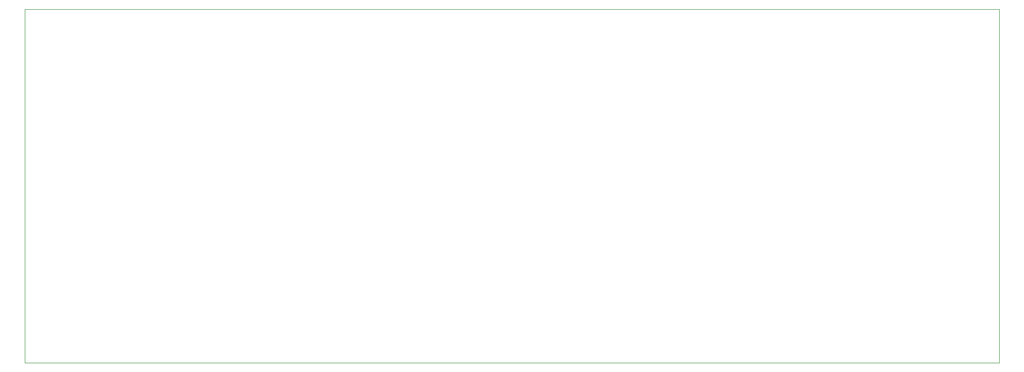
<source format=gko>
G04 (created by PCBNEW (2013-07-07 BZR 4022)-stable) date 14/01/2016 17:53:05*
%MOIN*%
G04 Gerber Fmt 3.4, Leading zero omitted, Abs format*
%FSLAX34Y34*%
G01*
G70*
G90*
G04 APERTURE LIST*
%ADD10C,0.00590551*%
%ADD11C,0.00393701*%
G04 APERTURE END LIST*
G54D10*
G54D11*
X129300Y-31900D02*
X62520Y-31900D01*
X129300Y-31900D02*
X129300Y-56140D01*
X62520Y-56140D02*
X129300Y-56140D01*
X62520Y-31900D02*
X62520Y-56140D01*
M02*

</source>
